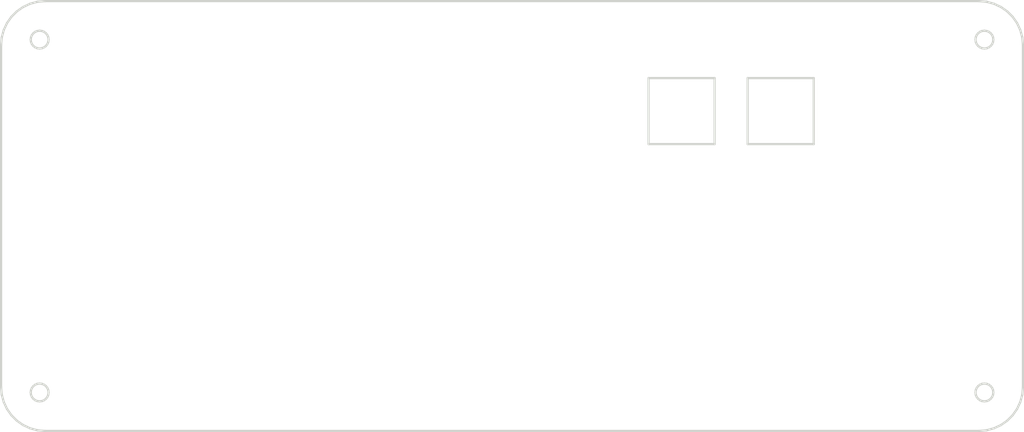
<source format=kicad_pcb>
(kicad_pcb (version 20221018) (generator pcbnew)

  (general
    (thickness 1.6)
  )

  (paper "A4")
  (layers
    (0 "F.Cu" signal)
    (31 "B.Cu" signal)
    (32 "B.Adhes" user "B.Adhesive")
    (33 "F.Adhes" user "F.Adhesive")
    (34 "B.Paste" user)
    (35 "F.Paste" user)
    (36 "B.SilkS" user "B.Silkscreen")
    (37 "F.SilkS" user "F.Silkscreen")
    (38 "B.Mask" user)
    (39 "F.Mask" user)
    (40 "Dwgs.User" user "User.Drawings")
    (41 "Cmts.User" user "User.Comments")
    (42 "Eco1.User" user "User.Eco1")
    (43 "Eco2.User" user "User.Eco2")
    (44 "Edge.Cuts" user)
    (45 "Margin" user)
    (46 "B.CrtYd" user "B.Courtyard")
    (47 "F.CrtYd" user "F.Courtyard")
    (48 "B.Fab" user)
    (49 "F.Fab" user)
    (50 "User.1" user)
    (51 "User.2" user)
    (52 "User.3" user)
    (53 "User.4" user)
    (54 "User.5" user)
    (55 "User.6" user)
    (56 "User.7" user)
    (57 "User.8" user)
    (58 "User.9" user)
  )

  (setup
    (pad_to_mask_clearance 0)
    (pcbplotparams
      (layerselection 0x00010fc_ffffffff)
      (plot_on_all_layers_selection 0x0000000_00000000)
      (disableapertmacros false)
      (usegerberextensions false)
      (usegerberattributes true)
      (usegerberadvancedattributes true)
      (creategerberjobfile true)
      (dashed_line_dash_ratio 12.000000)
      (dashed_line_gap_ratio 3.000000)
      (svgprecision 4)
      (plotframeref false)
      (viasonmask false)
      (mode 1)
      (useauxorigin false)
      (hpglpennumber 1)
      (hpglpenspeed 20)
      (hpglpendiameter 15.000000)
      (dxfpolygonmode true)
      (dxfimperialunits true)
      (dxfusepcbnewfont true)
      (psnegative false)
      (psa4output false)
      (plotreference true)
      (plotvalue true)
      (plotinvisibletext false)
      (sketchpadsonfab false)
      (subtractmaskfromsilk false)
      (outputformat 1)
      (mirror false)
      (drillshape 1)
      (scaleselection 1)
      (outputdirectory "")
    )
  )

  (net 0 "")

  (gr_line (start 54.502 39.094) (end 54.373 38.926)
    (stroke (width 0.2) (type solid)) (layer "Edge.Cuts") (tstamp 0343e503-87ee-4e7c-aa68-a9b1973e7c11))
  (gr_line (start 138.783 71.5799) (end 138.811 71.7899)
    (stroke (width 0.2) (type solid)) (layer "Edge.Cuts") (tstamp 04520679-d259-4ce6-856c-78266570ba05))
  (gr_line (start 124.094 49) (end 124.094 43)
    (stroke (width 0.2) (type solid)) (layer "Edge.Cuts") (tstamp 04ce861e-9131-4d9b-920e-820aceef20f8))
  (gr_line (start 138.783 39.5) (end 138.811 39.71)
    (stroke (width 0.2) (type solid)) (layer "Edge.Cuts") (tstamp 0752cb0e-5212-4edf-9de6-74bcf4f2ecf5))
  (gr_line (start 140.297 39.094) (end 140.168 38.926)
    (stroke (width 0.2) (type solid)) (layer "Edge.Cuts") (tstamp 08f7d8c0-1b9a-43ee-a7c1-b54d4ff6536d))
  (gr_line (start 53.8 70.7684) (end 53.589 70.7961)
    (stroke (width 0.2) (type solid)) (layer "Edge.Cuts") (tstamp 0951bb63-d0d7-4a79-850b-2e10ff02893c))
  (gr_line (start 138.811 39.71) (end 138.892 39.906)
    (stroke (width 0.2) (type solid)) (layer "Edge.Cuts") (tstamp 0bd83b1a-5930-46c9-8b3c-c1d7e84a0f9a))
  (gr_line (start 50.36 71.7745) (end 50.3 71.0799)
    (stroke (width 0.2) (type solid)) (layer "Edge.Cuts") (tstamp 0dfc0ffa-9dda-47de-944a-815655946ce9))
  (gr_line (start 138.811 71.3699) (end 138.783 71.5799)
    (stroke (width 0.2) (type solid)) (layer "Edge.Cuts") (tstamp 105802d2-b4f9-441d-830b-5d70a8e7c03c))
  (gr_line (start 138.811 71.7899) (end 138.892 71.9857)
    (stroke (width 0.2) (type solid)) (layer "Edge.Cuts") (tstamp 122d65eb-2235-4434-84db-b26f9ee7da85))
  (gr_line (start 53.589 70.7961) (end 53.394 70.8771)
    (stroke (width 0.2) (type solid)) (layer "Edge.Cuts") (tstamp 1249e808-fa45-4271-aeef-859bbc54a09e))
  (gr_line (start 53.605 75.0191) (end 52.931 74.8387)
    (stroke (width 0.2) (type solid)) (layer "Edge.Cuts") (tstamp 136838f6-34df-4ed3-8f39-120741c37ad7))
  (gr_line (start 140.378 71.7899) (end 140.406 71.5799)
    (stroke (width 0.2) (type solid)) (layer "Edge.Cuts") (tstamp 14c05c92-0e9e-4738-9f53-01b938b612a4))
  (gr_line (start 53.589 72.3638) (end 53.8 72.3914)
    (stroke (width 0.2) (type solid)) (layer "Edge.Cuts") (tstamp 153dddb8-47d1-431a-8a0c-b8d8835b1d51))
  (gr_line (start 140.168 40.074) (end 140.297 39.906)
    (stroke (width 0.2) (type solid)) (layer "Edge.Cuts") (tstamp 16061b9f-4b88-4ec8-8a97-280d655e3e63))
  (gr_line (start 141.094 74.544) (end 140.463 74.8387)
    (stroke (width 0.2) (type solid)) (layer "Edge.Cuts") (tstamp 1629c532-2af2-440e-be9e-a95d4cc32180))
  (gr_line (start 53.605 36.061) (end 54.3 36)
    (stroke (width 0.2) (type solid)) (layer "Edge.Cuts") (tstamp 17064daf-61b7-4e2d-a687-90c43dd46584))
  (gr_line (start 142.853 72.448) (end 142.559 73.0799)
    (stroke (width 0.2) (type solid)) (layer "Edge.Cuts") (tstamp 178cbaee-4786-4a86-b560-05616c64a966))
  (gr_line (start 52.988 71.5799) (end 53.016 71.7899)
    (stroke (width 0.2) (type solid)) (layer "Edge.Cuts") (tstamp 17bb318c-76ea-47a6-9357-ca1217558c4c))
  (gr_line (start 50.541 72.448) (end 50.36 71.7745)
    (stroke (width 0.2) (type solid)) (layer "Edge.Cuts") (tstamp 1a7f45c4-29a3-4247-b0da-8d80daa1127d))
  (gr_line (start 109.094 49) (end 115.094 49)
    (stroke (width 0.2) (type solid)) (layer "Edge.Cuts") (tstamp 1fb9e0ba-c915-4c93-a7a1-5dea1ae98ec3))
  (gr_line (start 140 40.203) (end 140.168 40.074)
    (stroke (width 0.2) (type solid)) (layer "Edge.Cuts") (tstamp 1fc8ccfe-7b39-49af-ab4a-599d9a7c000c))
  (gr_line (start 139.189 38.797) (end 139.021 38.926)
    (stroke (width 0.2) (type solid)) (layer "Edge.Cuts") (tstamp 214b331c-fe43-4587-b507-494b9176501d))
  (gr_line (start 139.189 72.2827) (end 139.384 72.3638)
    (stroke (width 0.2) (type solid)) (layer "Edge.Cuts") (tstamp 2238a165-9681-4fe8-888d-e346ba0de728))
  (gr_line (start 53.394 38.797) (end 53.226 38.926)
    (stroke (width 0.2) (type solid)) (layer "Edge.Cuts") (tstamp 253fed1b-66e8-4938-9cab-8f9c2498d127))
  (gr_line (start 53.226 72.1537) (end 53.394 72.2827)
    (stroke (width 0.2) (type solid)) (layer "Edge.Cuts") (tstamp 255bb7ac-3f05-4354-b304-2ef17e40cf26))
  (gr_line (start 53.097 71.9857) (end 53.226 72.1537)
    (stroke (width 0.2) (type solid)) (layer "Edge.Cuts") (tstamp 27307985-1a3b-4512-a939-59765ba6b5b7))
  (gr_line (start 54.01 40.284) (end 54.205 40.203)
    (stroke (width 0.2) (type solid)) (layer "Edge.Cuts") (tstamp 275a5b79-8f7f-4060-9660-f83a3318f637))
  (gr_line (start 54.373 38.926) (end 54.205 38.797)
    (stroke (width 0.2) (type solid)) (layer "Edge.Cuts") (tstamp 27d8da12-402f-4227-9a9d-5855b5cf3919))
  (gr_line (start 138.892 71.9857) (end 139.021 72.1537)
    (stroke (width 0.2) (type solid)) (layer "Edge.Cuts") (tstamp 28b90882-5fff-4eb6-8e92-8bf823dcaa40))
  (gr_line (start 52.3 74.544) (end 51.728 74.1441)
    (stroke (width 0.2) (type solid)) (layer "Edge.Cuts") (tstamp 2a333d89-340e-437c-aff7-257dfea741e8))
  (gr_line (start 53.8 40.312) (end 54.01 40.284)
    (stroke (width 0.2) (type solid)) (layer "Edge.Cuts") (tstamp 2b2d9d0f-39e6-4866-b7e3-7afd1772aaa9))
  (gr_line (start 50.835 73.0799) (end 50.541 72.448)
    (stroke (width 0.2) (type solid)) (layer "Edge.Cuts") (tstamp 2bdc6b05-9e36-4a41-8e77-307e3e365419))
  (gr_line (start 140 72.2827) (end 140.168 72.1537)
    (stroke (width 0.2) (type solid)) (layer "Edge.Cuts") (tstamp 2d8c28cf-0cd9-4f26-bd29-68886cb5bcc9))
  (gr_line (start 53.394 40.203) (end 53.589 40.284)
    (stroke (width 0.2) (type solid)) (layer "Edge.Cuts") (tstamp 2d8ea955-e349-4842-89c3-6e689ddd42ed))
  (gr_line (start 140 38.797) (end 139.805 38.716)
    (stroke (width 0.2) (type solid)) (layer "Edge.Cuts") (tstamp 2f32a26c-bfd7-4478-820d-bb358322a0f7))
  (gr_line (start 52.988 39.5) (end 53.016 39.71)
    (stroke (width 0.2) (type solid)) (layer "Edge.Cuts") (tstamp 3004b096-dce4-4bfa-a396-0967c814b226))
  (gr_line (start 140.463 74.8387) (end 139.789 75.0191)
    (stroke (width 0.2) (type solid)) (layer "Edge.Cuts") (tstamp 307d667d-cf59-4e0c-a4bd-df9cae219eda))
  (gr_line (start 141.666 36.936) (end 142.159 37.429)
    (stroke (width 0.2) (type solid)) (layer "Edge.Cuts") (tstamp 30dbfced-2d23-4a69-a791-e13e958e6161))
  (gr_line (start 139.189 70.8771) (end 139.021 71.0061)
    (stroke (width 0.2) (type solid)) (layer "Edge.Cuts") (tstamp 329bc2ca-5b84-4860-af81-02c531e696da))
  (gr_line (start 139.384 70.7961) (end 139.189 70.8771)
    (stroke (width 0.2) (type solid)) (layer "Edge.Cuts") (tstamp 34853bff-8839-4fab-855f-05ed5a57dff7))
  (gr_line (start 140.406 71.5799) (end 140.378 71.3699)
    (stroke (width 0.2) (type solid)) (layer "Edge.Cuts") (tstamp 352a5855-b0c6-4f39-905b-1b9cde2bfd29))
  (gr_line (start 139.384 40.284) (end 139.594 40.312)
    (stroke (width 0.2) (type solid)) (layer "Edge.Cuts") (tstamp 35931b75-2e67-46ed-bb9b-e2a522b8975b))
  (gr_line (start 54.3 75.0799) (end 53.605 75.0191)
    (stroke (width 0.2) (type solid)) (layer "Edge.Cuts") (tstamp 36abea0a-c595-45f3-82e4-b3b9294f0129))
  (gr_line (start 53.394 72.2827) (end 53.589 72.3638)
    (stroke (width 0.2) (type solid)) (layer "Edge.Cuts") (tstamp 3767c51d-d1ac-4aeb-8340-7b475ff6d5b4))
  (gr_line (start 51.728 74.1441) (end 51.235 73.6511)
    (stroke (width 0.2) (type solid)) (layer "Edge.Cuts") (tstamp 392ca013-e58c-4e69-984d-4401ce5b8415))
  (gr_line (start 53.394 70.8771) (end 53.226 71.0061)
    (stroke (width 0.2) (type solid)) (layer "Edge.Cuts") (tstamp 3df6c6b4-3d23-40fc-8831-a479f4de7673))
  (gr_line (start 139.594 72.3914) (end 139.805 72.3638)
    (stroke (width 0.2) (type solid)) (layer "Edge.Cuts") (tstamp 3e3f1581-413b-40c4-9935-8704726844e7))
  (gr_line (start 53.016 39.71) (end 53.097 39.906)
    (stroke (width 0.2) (type solid)) (layer "Edge.Cuts") (tstamp 3f47bd8c-84e1-40a5-b91b-1b694c402b9d))
  (gr_line (start 53.097 39.094) (end 53.016 39.29)
    (stroke (width 0.2) (type solid)) (layer "Edge.Cuts") (tstamp 43d51af4-8b4e-4230-990b-6857012dbc88))
  (gr_line (start 142.159 73.6511) (end 141.666 74.1441)
    (stroke (width 0.2) (type solid)) (layer "Edge.Cuts") (tstamp 46d8cee2-1652-4e3e-8b2d-273b93114ade))
  (gr_line (start 140.168 72.1537) (end 140.297 71.9857)
    (stroke (width 0.2) (type solid)) (layer "Edge.Cuts") (tstamp 481f0d5a-3095-44ff-b3b1-1bbdc90c94db))
  (gr_line (start 54.502 39.906) (end 54.583 39.71)
    (stroke (width 0.2) (type solid)) (layer "Edge.Cuts") (tstamp 49d00a5e-16c6-4acc-8716-5a71ab03ca7f))
  (gr_line (start 143.034 71.7745) (end 142.853 72.448)
    (stroke (width 0.2) (type solid)) (layer "Edge.Cuts") (tstamp 4c698286-a0fb-4aba-b020-5317abb6bb08))
  (gr_line (start 139.384 72.3638) (end 139.594 72.3914)
    (stroke (width 0.2) (type solid)) (layer "Edge.Cuts") (tstamp 4ca1a8dc-3e73-445f-b7b9-1113f8ecea84))
  (gr_line (start 53.016 71.3699) (end 52.988 71.5799)
    (stroke (width 0.2) (type solid)) (layer "Edge.Cuts") (tstamp 4d985beb-343a-488b-99ed-1964429db41e))
  (gr_line (start 139.594 70.7684) (end 139.384 70.7961)
    (stroke (width 0.2) (type solid)) (layer "Edge.Cuts") (tstamp 4f72c2ca-e025-488c-a648-9eb0bd1f657c))
  (gr_line (start 51.235 37.429) (end 51.728 36.936)
    (stroke (width 0.2) (type solid)) (layer "Edge.Cuts") (tstamp 5129364f-96ee-4c2b-aaca-a128f9969b63))
  (gr_line (start 138.892 39.906) (end 139.021 40.074)
    (stroke (width 0.2) (type solid)) (layer "Edge.Cuts") (tstamp 51d52e79-367a-425b-a05a-9edb1626292e))
  (gr_line (start 54.583 39.71) (end 54.611 39.5)
    (stroke (width 0.2) (type solid)) (layer "Edge.Cuts") (tstamp 52f123ef-dabc-4a61-86bd-b41443dc218f))
  (gr_line (start 124.094 43) (end 118.094 43)
    (stroke (width 0.2) (type solid)) (layer "Edge.Cuts") (tstamp 544339cf-5659-454a-88ce-322dfdf1b5f5))
  (gr_line (start 140.168 38.926) (end 140 38.797)
    (stroke (width 0.2) (type solid)) (layer "Edge.Cuts") (tstamp 55f6a2f7-5caa-45ef-a9bf-0241cf7916f5))
  (gr_line (start 53.589 40.284) (end 53.8 40.312)
    (stroke (width 0.2) (type solid)) (layer "Edge.Cuts") (tstamp 56500a8c-fb09-4c51-ace5-166bb9950c65))
  (gr_line (start 143.034 39.306) (end 143.094 40)
    (stroke (width 0.2) (type solid)) (layer "Edge.Cuts") (tstamp 573e3527-c955-4a21-bcf9-09e0d13ec16a))
  (gr_line (start 138.892 71.1742) (end 138.811 71.3699)
    (stroke (width 0.2) (type solid)) (layer "Edge.Cuts") (tstamp 5c32cb49-777c-4083-ac8b-27afe6ff6321))
  (gr_line (start 139.594 38.689) (end 139.384 38.716)
    (stroke (width 0.2) (type solid)) (layer "Edge.Cuts") (tstamp 5c34d29d-4d3f-46f4-b9b0-56de2f8c2012))
  (gr_line (start 54.01 38.716) (end 53.8 38.689)
    (stroke (width 0.2) (type solid)) (layer "Edge.Cuts") (tstamp 5ca19dc7-2c75-4f20-b4da-4c788cfe8678))
  (gr_line (start 118.094 49) (end 124.094 49)
    (stroke (width 0.2) (type solid)) (layer "Edge.Cuts") (tstamp 5d819e62-3e89-4a9e-8d9a-11048ea94346))
  (gr_line (start 139.189 40.203) (end 139.384 40.284)
    (stroke (width 0.2) (type solid)) (layer "Edge.Cuts") (tstamp 61379d4f-ba64-4e8f-a0a1-2ed8e4a32254))
  (gr_line (start 138.892 39.094) (end 138.811 39.29)
    (stroke (width 0.2) (type solid)) (layer "Edge.Cuts") (tstamp 63d37e7d-d935-45a2-bec8-0ea61227fcc9))
  (gr_line (start 142.853 38.632) (end 143.034 39.306)
    (stroke (width 0.2) (type solid)) (layer "Edge.Cuts") (tstamp 64116a9e-66d1-476c-ba53-66b113343c3e))
  (gr_line (start 139.594 40.312) (end 139.805 40.284)
    (stroke (width 0.2) (type solid)) (layer "Edge.Cuts") (tstamp 6674f3b2-311e-46f2-bc44-50ff20d34af7))
  (gr_line (start 54.01 72.3638) (end 54.205 72.2827)
    (stroke (width 0.2) (type solid)) (layer "Edge.Cuts") (tstamp 66b69e4a-47c1-45ee-b6bf-e81ddcd733e1))
  (gr_line (start 54.583 71.3699) (end 54.502 71.1742)
    (stroke (width 0.2) (type solid)) (layer "Edge.Cuts") (tstamp 6d74ffc0-bcd9-4ceb-bcf1-92aa0a9737c3))
  (gr_line (start 54.205 40.203) (end 54.373 40.074)
    (stroke (width 0.2) (type solid)) (layer "Edge.Cuts") (tstamp 71642c1f-c14b-454e-8fb2-69924b84a660))
  (gr_line (start 139.094 36) (end 139.789 36.061)
    (stroke (width 0.2) (type solid)) (layer "Edge.Cuts") (tstamp 74f8c022-ca5c-4f3d-acc3-78f37a142649))
  (gr_line (start 54.205 72.2827) (end 54.373 72.1537)
    (stroke (width 0.2) (type solid)) (layer "Edge.Cuts") (tstamp 7601d405-129e-498c-a810-13375dfa6abb))
  (gr_line (start 54.583 39.29) (end 54.502 39.094)
    (stroke (width 0.2) (type solid)) (layer "Edge.Cuts") (tstamp 760d3b81-9dc8-42db-9671-d538b4121d93))
  (gr_line (start 54.502 71.9857) (end 54.583 71.7899)
    (stroke (width 0.2) (type solid)) (layer "Edge.Cuts") (tstamp 77a7a6b5-756c-4554-a0af-8da841d8f521))
  (gr_line (start 142.159 37.429) (end 142.559 38)
    (stroke (width 0.2) (type solid)) (layer "Edge.Cuts") (tstamp 77e1b2c9-1701-4aa5-b624-e648f36e6f61))
  (gr_line (start 54.373 40.074) (end 54.502 39.906)
    (stroke (width 0.2) (type solid)) (layer "Edge.Cuts") (tstamp 7a0f0bed-aaa2-4e70-b208-26fa793c8bcf))
  (gr_line (start 50.835 38) (end 51.235 37.429)
    (stroke (width 0.2) (type solid)) (layer "Edge.Cuts") (tstamp 7bb538bf-5ef5-4e40-a4c4-16f4509861ec))
  (gr_line (start 53.226 38.926) (end 53.097 39.094)
    (stroke (width 0.2) (type solid)) (layer "Edge.Cuts") (tstamp 7ce7b7aa-1389-477d-91de-455b7254e92a))
  (gr_line (start 53.097 71.1742) (end 53.016 71.3699)
    (stroke (width 0.2) (type solid)) (layer "Edge.Cuts") (tstamp 7eabe16a-2188-4ef2-935a-e9ef52c883b8))
  (gr_line (start 139.789 36.061) (end 140.463 36.241)
    (stroke (width 0.2) (type solid)) (layer "Edge.Cuts") (tstamp 847c83b0-aae1-41e2-9cb8-e7d0c9da0982))
  (gr_line (start 53.016 39.29) (end 52.988 39.5)
    (stroke (width 0.2) (type solid)) (layer "Edge.Cuts") (tstamp 87161cf3-6f10-4af6-a411-4c332f93f33e))
  (gr_line (start 142.559 73.0799) (end 142.159 73.6511)
    (stroke (width 0.2) (type solid)) (layer "Edge.Cuts") (tstamp 95141a9e-1aac-45a7-b83d-809bdd3aedde))
  (gr_line (start 54.373 72.1537) (end 54.502 71.9857)
    (stroke (width 0.2) (type solid)) (layer "Edge.Cuts") (tstamp 9c1b1bf6-85f6-467b-a902-b856e9af1936))
  (gr_line (start 140.378 39.29) (end 140.297 39.094)
    (stroke (width 0.2) (type solid)) (layer "Edge.Cuts") (tstamp 9c9127df-4d56-4d5c-a765-f548ff409591))
  (gr_line (start 53.016 71.7899) (end 53.097 71.9857)
    (stroke (width 0.2) (type solid)) (layer "Edge.Cuts") (tstamp 9fe001d5-31c5-4f8c-87eb-6ec17ecff719))
  (gr_line (start 140.297 71.9857) (end 140.378 71.7899)
    (stroke (width 0.2) (type solid)) (layer "Edge.Cuts") (tstamp a07a0dec-101d-4eca-95bc-1ee0a768f884))
  (gr_line (start 54.205 38.797) (end 54.01 38.716)
    (stroke (width 0.2) (type solid)) (layer "Edge.Cuts") (tstamp a25d4750-64e0-4ce0-a7ea-029f57d36123))
  (gr_line (start 50.3 40) (end 50.36 39.306)
    (stroke (width 0.2) (type solid)) (layer "Edge.Cuts") (tstamp a2fa345c-d2bf-40f5-ad37-04aa63f77a71))
  (gr_line (start 52.931 74.8387) (end 52.3 74.544)
    (stroke (width 0.2) (type solid)) (layer "Edge.Cuts") (tstamp a31d5d52-7a8c-46cb-9df6-20e8aa76df4b))
  (gr_line (start 54.583 71.7899) (end 54.611 71.5799)
    (stroke (width 0.2) (type solid)) (layer "Edge.Cuts") (tstamp a3813a4c-d907-4eef-b923-4d361e46f478))
  (gr_line (start 139.789 75.0191) (end 139.094 75.0799)
    (stroke (width 0.2) (type solid)) (layer "Edge.Cuts") (tstamp a40cc44f-d12a-4307-9e88-f3a7a3a5a96e))
  (gr_line (start 53.8 38.689) (end 53.589 38.716)
    (stroke (width 0.2) (type solid)) (layer "Edge.Cuts") (tstamp a45db75c-9590-4254-957e-5d4e8097b9d0))
  (gr_line (start 51.235 73.6511) (end 50.835 73.0799)
    (stroke (width 0.2) (type solid)) (layer "Edge.Cuts") (tstamp a6b8502a-1fde-4a4e-a176-1bc03abd4db0))
  (gr_line (start 53.226 71.0061) (end 53.097 71.1742)
    (stroke (width 0.2) (type solid)) (layer "Edge.Cuts") (tstamp a6d053a4-1238-49f0-802a-dc9923d9cfcd))
  (gr_line (start 54.611 71.5799) (end 54.583 71.3699)
    (stroke (width 0.2) (type solid)) (layer "Edge.Cuts") (tstamp a78dd8e1-c911-4ae8-b4c0-413da0496210))
  (gr_line (start 142.559 38) (end 142.853 38.632)
    (stroke (width 0.2) (type solid)) (layer "Edge.Cuts") (tstamp ab95960d-e016-44cd-8d96-575b6f81bb8f))
  (gr_line (start 139.021 40.074) (end 139.189 40.203)
    (stroke (width 0.2) (type solid)) (layer "Edge.Cuts") (tstamp ad9f38c7-6d8f-40c4-b42c-9ccae148b3a3))
  (gr_line (start 140.297 71.1742) (end 140.168 71.0061)
    (stroke (width 0.2) (type solid)) (layer "Edge.Cuts") (tstamp ae90abb7-2cb4-42c4-8b12-05cf82b18a70))
  (gr_line (start 139.805 40.284) (end 140 40.203)
    (stroke (width 0.2) (type solid)) (layer "Edge.Cuts") (tstamp b004ef6d-05af-48f6-bb81-b41465ad8393))
  (gr_line (start 53.097 39.906) (end 53.226 40.074)
    (stroke (width 0.2) (type solid)) (layer "Edge.Cuts") (tstamp b16da850-878e-4970-907f-0b260bcb2004))
  (gr_line (start 139.021 38.926) (end 138.892 39.094)
    (stroke (width 0.2) (type solid)) (layer "Edge.Cuts") (tstamp b18619b7-fa2a-4999-9028-7dd227875d44))
  (gr_line (start 115.094 49) (end 115.094 43)
    (stroke (width 0.2) (type solid)) (layer "Edge.Cuts") (tstamp b1ebb053-6a6d-4228-b0ac-ac7c69a8710a))
  (gr_line (start 50.541 38.632) (end 50.835 38)
    (stroke (width 0.2) (type solid)) (layer "Edge.Cuts") (tstamp b39559c0-2b34-4d2d-a5eb-d2e38aac2cea))
  (gr_line (start 140.378 39.71) (end 140.406 39.5)
    (stroke (width 0.2) (type solid)) (layer "Edge.Cuts") (tstamp b56ab13e-74e9-469b-bc69-bd01e8e25a48))
  (gr_line (start 54.502 71.1742) (end 54.373 71.0061)
    (stroke (width 0.2) (type solid)) (layer "Edge.Cuts") (tstamp b570e189-62c9-442b-8a88-3a39fa203c19))
  (gr_line (start 54.3 36) (end 139.094 36)
    (stroke (width 0.2) (type solid)) (layer "Edge.Cuts") (tstamp b875d74c-3281-4d55-85d3-6b601fb6f29f))
  (gr_line (start 53.589 38.716) (end 53.394 38.797)
    (stroke (width 0.2) (type solid)) (layer "Edge.Cuts") (tstamp bd05ef45-43e6-4a7c-be10-98cc0b7b98dd))
  (gr_line (start 140.378 71.3699) (end 140.297 71.1742)
    (stroke (width 0.2) (type solid)) (layer "Edge.Cuts") (tstamp bffa8aca-d428-46e3-adef-b5f9c7df14df))
  (gr_line (start 140.406 39.5) (end 140.378 39.29)
    (stroke (width 0.2) (type solid)) (layer "Edge.Cuts") (tstamp c0499357-395e-4287-a7e7-a742f2c2fb63))
  (gr_line (start 139.805 70.7961) (end 139.594 70.7684)
    (stroke (width 0.2) (type solid)) (layer "Edge.Cuts") (tstamp c1efe317-32a7-43cb-b047-c4f0d93b2283))
  (gr_line (start 54.01 70.7961) (end 53.8 70.7684)
    (stroke (width 0.2) (type solid)) (layer "Edge.Cuts") (tstamp c244adc6-5698-4671-ba7b-14128a95c03a))
  (gr_line (start 52.3 36.536) (end 52.931 36.241)
    (stroke (width 0.2) (type solid)) (layer "Edge.Cuts") (tstamp c3f87754-6ed8-42b2-a657-25a5d8d520c9))
  (gr_line (start 52.931 36.241) (end 53.605 36.061)
    (stroke (width 0.2) (type solid)) (layer "Edge.Cuts") (tstamp c887883e-ef89-494c-9762-f73a0ca73c48))
  (gr_line (start 139.094 75.0799) (end 54.3 75.0799)
    (stroke (width 0.2) (type solid)) (layer "Edge.Cuts") (tstamp c89db8da-0f83-4959-a6e0-9403095a4cc9))
  (gr_line (start 140.463 36.241) (end 141.094 36.536)
    (stroke (width 0.2) (type solid)) (layer "Edge.Cuts") (tstamp c91f740d-25ea-4e82-a5e6-53a325eb6598))
  (gr_line (start 140.168 71.0061) (end 140 70.8771)
    (stroke (width 0.2) (type solid)) (layer "Edge.Cuts") (tstamp cb4e019e-f3e4-4b49-bae9-b9c46c601c36))
  (gr_line (start 51.728 36.936) (end 52.3 36.536)
    (stroke (width 0.2) (type solid)) (layer "Edge.Cuts") (tstamp cfc3ff24-5b07-4197-81bf-a91e8a43be2f))
  (gr_line (start 138.811 39.29) (end 138.783 39.5)
    (stroke (width 0.2) (type solid)) (layer "Edge.Cuts") (tstamp d1a32a2d-9acd-48f6-b929-814a73238cc5))
  (gr_line (start 141.666 74.1441) (end 141.094 74.544)
    (stroke (width 0.2) (type solid)) (layer "Edge.Cuts") (tstamp d86cc4e7-414f-4edf-8b25-fa1a4c8352bd))
  (gr_line (start 141.094 36.536) (end 141.666 36.936)
    (stroke (width 0.2) (type solid)) (layer "Edge.Cuts") (tstamp da912e2a-cd39-46e3-82c9-9559f955dff2))
  (gr_line (start 139.021 72.1537) (end 139.189 72.2827)
    (stroke (width 0.2) (type solid)) (layer "Edge.Cuts") (tstamp db80fe96-d3ef-437c-b126-ff5b548fb8e2))
  (gr_line (start 143.094 71.0799) (end 143.034 71.7745)
    (stroke (width 0.2) (type solid)) (layer "Edge.Cuts") (tstamp db8d7b62-5eb1-489b-8664-726aa50ac7f7))
  (gr_line (start 139.805 38.716) (end 139.594 38.689)
    (stroke (width 0.2) (type solid)) (layer "Edge.Cuts") (tstamp e11a4726-251b-49d3-9e10-1bcebcd40b00))
  (gr_line (start 53.8 72.3914) (end 54.01 72.3638)
    (stroke (width 0.2) (type solid)) (layer "Edge.Cuts") (tstamp e6d7c43a-cc13-458e-b182-15a200220ff4))
  (gr_line (start 54.373 71.0061) (end 54.205 70.8771)
    (stroke (width 0.2) (type solid)) (layer "Edge.Cuts") (tstamp e8668725-f9c7-41fb-8cbd-2034373c4c55))
  (gr_line (start 53.226 40.074) (end 53.394 40.203)
    (stroke (width 0.2) (type solid)) (layer "Edge.Cuts") (tstamp e9509d76-02da-4d74-ad7b-f9c0c886f5f1))
  (gr_line (start 118.094 43) (end 118.094 49)
    (stroke (width 0.2) (type solid)) (layer "Edge.Cuts") (tstamp eea1365c-13ef-4a4b-aae4-74f28639a943))
  (gr_line (start 50.36 39.306) (end 50.541 38.632)
    (stroke (width 0.2) (type solid)) (layer "Edge.Cuts") (tstamp f155eb15-5991-40ee-bfef-9808fe6126fb))
  (gr_line (start 115.094 43) (end 109.094 43)
    (stroke (width 0.2) (type solid)) (layer "Edge.Cuts") (tstamp f1de37f0-4e31-4263-b316-56dd55758284))
  (gr_line (start 54.205 70.8771) (end 54.01 70.7961)
    (stroke (width 0.2) (type solid)) (layer "Edge.Cuts") (tstamp fac53c94-06af-4207-9121-c5dc61cd527f))
  (gr_line (start 139.805 72.3638) (end 140 72.2827)
    (stroke (width 0.2) (type solid)) (layer "Edge.Cuts") (tstamp fb738f24-8b66-47b9-8c06-c871b84b240a))
  (gr_line (start 140.297 39.906) (end 140.378 39.71)
    (stroke (width 0.2) (type solid)) (layer "Edge.Cuts") (tstamp fbf2f174-0b18-4f1b-8701-892087442627))
  (gr_line (start 54.611 39.5) (end 54.583 39.29)
    (stroke (width 0.2) (type solid)) (layer "Edge.Cuts") (tstamp fc712359-efd9-4f0f-a054-4494daa2cec7))
  (gr_line (start 143.094 40) (end 143.094 71.0799)
    (stroke (width 0.2) (type solid)) (layer "Edge.Cuts") (tstamp fca0c2b8-b2bb-4fe8-b870-f9fca0f596b4))
  (gr_line (start 139.021 71.0061) (end 138.892 71.1742)
    (stroke (width 0.2) (type solid)) (layer "Edge.Cuts") (tstamp fcf446a7-6b42-4866-8305-75370fba63b2))
  (gr_line (start 50.3 71.0799) (end 50.3 40)
    (stroke (width 0.2) (type solid)) (layer "Edge.Cuts") (tstamp fd32619c-0a06-4f3d-a1cf-742d73f73133))
  (gr_line (start 140 70.8771) (end 139.805 70.7961)
    (stroke (width 0.2) (type solid)) (layer "Edge.Cuts") (tstamp fd9bbb7d-dbec-48c5-b85d-53d603beb3fa))
  (gr_line (start 139.384 38.716) (end 139.189 38.797)
    (stroke (width 0.2) (type solid)) (layer "Edge.Cuts") (tstamp fec20735-d9ba-428c-9428-551b9d6c1b7e))
  (gr_line (start 109.094 43) (end 109.094 49)
    (stroke (width 0.2) (type solid)) (layer "Edge.Cuts") (tstamp fed583e7-372f-4448-a836-76f255ceb518))

  (group "" (id 3d518930-0a07-4483-87bb-4c868bbbf535)
    (members
      0343e503-87ee-4e7c-aa68-a9b1973e7c11
      04520679-d259-4ce6-856c-78266570ba05
      04ce861e-9131-4d9b-920e-820aceef20f8
      0752cb0e-5212-4edf-9de6-74bcf4f2ecf5
      08f7d8c0-1b9a-43ee-a7c1-b54d4ff6536d
      0951bb63-d0d7-4a79-850b-2e10ff02893c
      0bd83b1a-5930-46c9-8b3c-c1d7e84a0f9a
      0dfc0ffa-9dda-47de-944a-815655946ce9
      105802d2-b4f9-441d-830b-5d70a8e7c03c
      122d65eb-2235-4434-84db-b26f9ee7da85
      1249e808-fa45-4271-aeef-859bbc54a09e
      136838f6-34df-4ed3-8f39-120741c37ad7
      14c05c92-0e9e-4738-9f53-01b938b612a4
      153dddb8-47d1-431a-8a0c-b8d8835b1d51
      16061b9f-4b88-4ec8-8a97-280d655e3e63
      1629c532-2af2-440e-be9e-a95d4cc32180
      17064daf-61b7-4e2d-a687-90c43dd46584
      178cbaee-4786-4a86-b560-05616c64a966
      17bb318c-76ea-47a6-9357-ca1217558c4c
      1a7f45c4-29a3-4247-b0da-8d80daa1127d
      1fb9e0ba-c915-4c93-a7a1-5dea1ae98ec3
      1fc8ccfe-7b39-49af-ab4a-599d9a7c000c
      214b331c-fe43-4587-b507-494b9176501d
      2238a165-9681-4fe8-888d-e346ba0de728
      253fed1b-66e8-4938-9cab-8f9c2498d127
      255bb7ac-3f05-4354-b304-2ef17e40cf26
      27307985-1a3b-4512-a939-59765ba6b5b7
      275a5b79-8f7f-4060-9660-f83a3318f637
      27d8da12-402f-4227-9a9d-5855b5cf3919
      28b90882-5fff-4eb6-8e92-8bf823dcaa40
      2a333d89-340e-437c-aff7-257dfea741e8
      2b2d9d0f-39e6-4866-b7e3-7afd1772aaa9
      2bdc6b05-9e36-4a41-8e77-307e3e365419
      2d8c28cf-0cd9-4f26-bd29-68886cb5bcc9
      2d8ea955-e349-4842-89c3-6e689ddd42ed
      2f32a26c-bfd7-4478-820d-bb358322a0f7
      3004b096-dce4-4bfa-a396-0967c814b226
      307d667d-cf59-4e0c-a4bd-df9cae219eda
      30dbfced-2d23-4a69-a791-e13e958e6161
      329bc2ca-5b84-4860-af81-02c531e696da
      34853bff-8839-4fab-855f-05ed5a57dff7
      352a5855-b0c6-4f39-905b-1b9cde2bfd29
      35931b75-2e67-46ed-bb9b-e2a522b8975b
      36abea0a-c595-45f3-82e4-b3b9294f0129
      3767c51d-d1ac-4aeb-8340-7b475ff6d5b4
      392ca013-e58c-4e69-984d-4401ce5b8415
      3df6c6b4-3d23-40fc-8831-a479f4de7673
      3e3f1581-413b-40c4-9935-8704726844e7
      3f47bd8c-84e1-40a5-b91b-1b694c402b9d
      43d51af4-8b4e-4230-990b-6857012dbc88
      46d8cee2-1652-4e3e-8b2d-273b93114ade
      481f0d5a-3095-44ff-b3b1-1bbdc90c94db
      49d00a5e-16c6-4acc-8716-5a71ab03ca7f
      4c698286-a0fb-4aba-b020-5317abb6bb08
      4ca1a8dc-3e73-445f-b7b9-1113f8ecea84
      4d985beb-343a-488b-99ed-1964429db41e
      4f72c2ca-e025-488c-a648-9eb0bd1f657c
      5129364f-96ee-4c2b-aaca-a128f9969b63
      51d52e79-367a-425b-a05a-9edb1626292e
      52f123ef-dabc-4a61-86bd-b41443dc218f
      544339cf-5659-454a-88ce-322dfdf1b5f5
      55f6a2f7-5caa-45ef-a9bf-0241cf7916f5
      56500a8c-fb09-4c51-ace5-166bb9950c65
      573e3527-c955-4a21-bcf9-09e0d13ec16a
      5c32cb49-777c-4083-ac8b-27afe6ff6321
      5c34d29d-4d3f-46f4-b9b0-56de2f8c2012
      5ca19dc7-2c75-4f20-b4da-4c788cfe8678
      5d819e62-3e89-4a9e-8d9a-11048ea94346
      61379d4f-ba64-4e8f-a0a1-2ed8e4a32254
      63d37e7d-d935-45a2-bec8-0ea61227fcc9
      64116a9e-66d1-476c-ba53-66b113343c3e
      6674f3b2-311e-46f2-bc44-50ff20d34af7
      66b69e4a-47c1-45ee-b6bf-e81ddcd733e1
      6d74ffc0-bcd9-4ceb-bcf1-92aa0a9737c3
      71642c1f-c14b-454e-8fb2-69924b84a660
      74f8c022-ca5c-4f3d-acc3-78f37a142649
      7601d405-129e-498c-a810-13375dfa6abb
      760d3b81-9dc8-42db-9671-d538b4121d93
      77a7a6b5-756c-4554-a0af-8da841d8f521
      77e1b2c9-1701-4aa5-b624-e648f36e6f61
      7a0f0bed-aaa2-4e70-b208-26fa793c8bcf
      7bb538bf-5ef5-4e40-a4c4-16f4509861ec
      7ce7b7aa-1389-477d-91de-455b7254e92a
      7eabe16a-2188-4ef2-935a-e9ef52c883b8
      847c83b0-aae1-41e2-9cb8-e7d0c9da0982
      87161cf3-6f10-4af6-a411-4c332f93f33e
      95141a9e-1aac-45a7-b83d-809bdd3aedde
      9c1b1bf6-85f6-467b-a902-b856e9af1936
      9c9127df-4d56-4d5c-a765-f548ff409591
      9fe001d5-31c5-4f8c-87eb-6ec17ecff719
      a07a0dec-101d-4eca-95bc-1ee0a768f884
      a25d4750-64e0-4ce0-a7ea-029f57d36123
      a2fa345c-d2bf-40f5-ad37-04aa63f77a71
      a31d5d52-7a8c-46cb-9df6-20e8aa76df4b
      a3813a4c-d907-4eef-b923-4d361e46f478
      a40cc44f-d12a-4307-9e88-f3a7a3a5a96e
      a45db75c-9590-4254-957e-5d4e8097b9d0
      a6b8502a-1fde-4a4e-a176-1bc03abd4db0
      a6d053a4-1238-49f0-802a-dc9923d9cfcd
      a78dd8e1-c911-4ae8-b4c0-413da0496210
      ab95960d-e016-44cd-8d96-575b6f81bb8f
      ad9f38c7-6d8f-40c4-b42c-9ccae148b3a3
      ae90abb7-2cb4-42c4-8b12-05cf82b18a70
      b004ef6d-05af-48f6-bb81-b41465ad8393
      b16da850-878e-4970-907f-0b260bcb2004
      b18619b7-fa2a-4999-9028-7dd227875d44
      b1ebb053-6a6d-4228-b0ac-ac7c69a8710a
      b39559c0-2b34-4d2d-a5eb-d2e38aac2cea
      b56ab13e-74e9-469b-bc69-bd01e8e25a48
      b570e189-62c9-442b-8a88-3a39fa203c19
      b875d74c-3281-4d55-85d3-6b601fb6f29f
      bd05ef45-43e6-4a7c-be10-98cc0b7b98dd
      bffa8aca-d428-46e3-adef-b5f9c7df14df
      c0499357-395e-4287-a7e7-a742f2c2fb63
      c1efe317-32a7-43cb-b047-c4f0d93b2283
      c244adc6-5698-4671-ba7b-14128a95c03a
      c3f87754-6ed8-42b2-a657-25a5d8d520c9
      c887883e-ef89-494c-9762-f73a0ca73c48
      c89db8da-0f83-4959-a6e0-9403095a4cc9
      c91f740d-25ea-4e82-a5e6-53a325eb6598
      cb4e019e-f3e4-4b49-bae9-b9c46c601c36
      cfc3ff24-5b07-4197-81bf-a91e8a43be2f
      d1a32a2d-9acd-48f6-b929-814a73238cc5
      d86cc4e7-414f-4edf-8b25-fa1a4c8352bd
      da912e2a-cd39-46e3-82c9-9559f955dff2
      db80fe96-d3ef-437c-b126-ff5b548fb8e2
      db8d7b62-5eb1-489b-8664-726aa50ac7f7
      e11a4726-251b-49d3-9e10-1bcebcd40b00
      e6d7c43a-cc13-458e-b182-15a200220ff4
      e8668725-f9c7-41fb-8cbd-2034373c4c55
      e9509d76-02da-4d74-ad7b-f9c0c886f5f1
      eea1365c-13ef-4a4b-aae4-74f28639a943
      f155eb15-5991-40ee-bfef-9808fe6126fb
      f1de37f0-4e31-4263-b316-56dd55758284
      fac53c94-06af-4207-9121-c5dc61cd527f
      fb738f24-8b66-47b9-8c06-c871b84b240a
      fbf2f174-0b18-4f1b-8701-892087442627
      fc712359-efd9-4f0f-a054-4494daa2cec7
      fca0c2b8-b2bb-4fe8-b870-f9fca0f596b4
      fcf446a7-6b42-4866-8305-75370fba63b2
      fd32619c-0a06-4f3d-a1cf-742d73f73133
      fd9bbb7d-dbec-48c5-b85d-53d603beb3fa
      fec20735-d9ba-428c-9428-551b9d6c1b7e
      fed583e7-372f-4448-a836-76f255ceb518
    )
  )
)

</source>
